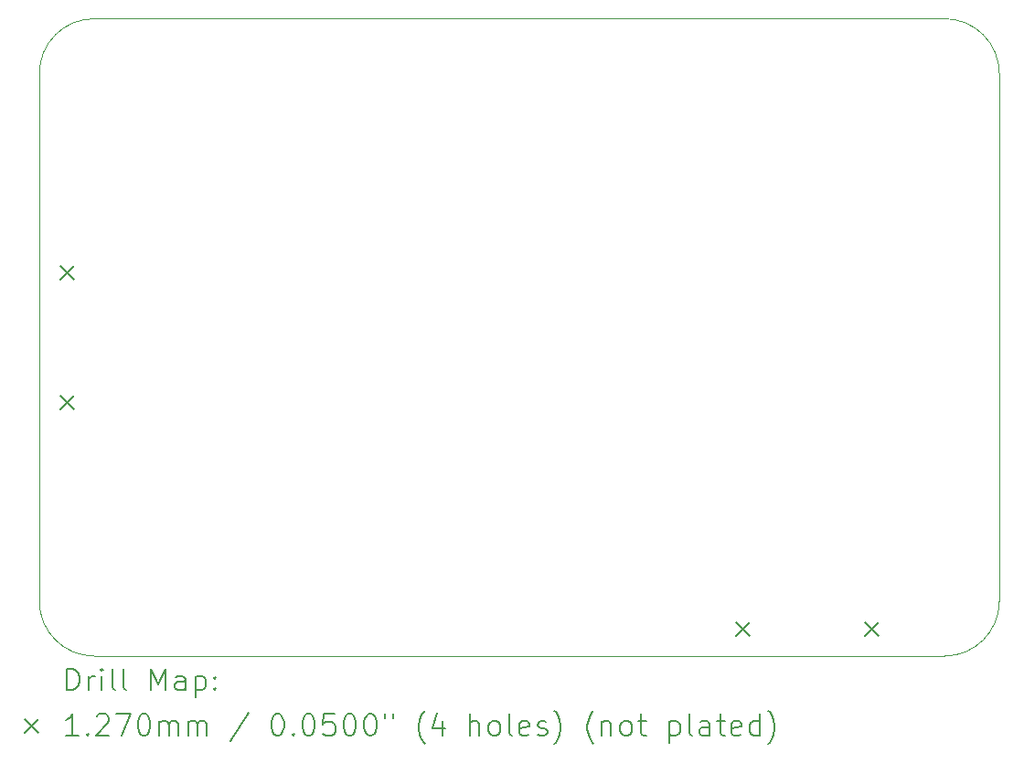
<source format=gbr>
%TF.GenerationSoftware,KiCad,Pcbnew,7.0.9*%
%TF.CreationDate,2023-11-18T03:00:16-05:00*%
%TF.ProjectId,RLM,524c4d2e-6b69-4636-9164-5f7063625858,rev?*%
%TF.SameCoordinates,Original*%
%TF.FileFunction,Drillmap*%
%TF.FilePolarity,Positive*%
%FSLAX45Y45*%
G04 Gerber Fmt 4.5, Leading zero omitted, Abs format (unit mm)*
G04 Created by KiCad (PCBNEW 7.0.9) date 2023-11-18 03:00:16*
%MOMM*%
%LPD*%
G01*
G04 APERTURE LIST*
%ADD10C,0.100000*%
%ADD11C,0.200000*%
%ADD12C,0.127000*%
G04 APERTURE END LIST*
D10*
X16256000Y-3683000D02*
X16256000Y-8572500D01*
X7366000Y-8572500D02*
G75*
G03*
X7874000Y-9080500I508000J0D01*
G01*
X15748000Y-9080500D02*
G75*
G03*
X16256000Y-8572500I0J508000D01*
G01*
X7366000Y-8572500D02*
X7366000Y-3683000D01*
X16256000Y-3683000D02*
G75*
G03*
X15748000Y-3175000I-508000J0D01*
G01*
X15748000Y-9080500D02*
X7874000Y-9080500D01*
X7874000Y-3175000D02*
X15748000Y-3175000D01*
X7874000Y-3175000D02*
G75*
G03*
X7366000Y-3683000I0J-508000D01*
G01*
D11*
D12*
X7556500Y-5467500D02*
X7683500Y-5594500D01*
X7683500Y-5467500D02*
X7556500Y-5594500D01*
X7556500Y-6667500D02*
X7683500Y-6794500D01*
X7683500Y-6667500D02*
X7556500Y-6794500D01*
X13814500Y-8768500D02*
X13941500Y-8895500D01*
X13941500Y-8768500D02*
X13814500Y-8895500D01*
X15014500Y-8768500D02*
X15141500Y-8895500D01*
X15141500Y-8768500D02*
X15014500Y-8895500D01*
D11*
X7621777Y-9396984D02*
X7621777Y-9196984D01*
X7621777Y-9196984D02*
X7669396Y-9196984D01*
X7669396Y-9196984D02*
X7697967Y-9206508D01*
X7697967Y-9206508D02*
X7717015Y-9225555D01*
X7717015Y-9225555D02*
X7726539Y-9244603D01*
X7726539Y-9244603D02*
X7736062Y-9282698D01*
X7736062Y-9282698D02*
X7736062Y-9311270D01*
X7736062Y-9311270D02*
X7726539Y-9349365D01*
X7726539Y-9349365D02*
X7717015Y-9368412D01*
X7717015Y-9368412D02*
X7697967Y-9387460D01*
X7697967Y-9387460D02*
X7669396Y-9396984D01*
X7669396Y-9396984D02*
X7621777Y-9396984D01*
X7821777Y-9396984D02*
X7821777Y-9263650D01*
X7821777Y-9301746D02*
X7831301Y-9282698D01*
X7831301Y-9282698D02*
X7840824Y-9273174D01*
X7840824Y-9273174D02*
X7859872Y-9263650D01*
X7859872Y-9263650D02*
X7878920Y-9263650D01*
X7945586Y-9396984D02*
X7945586Y-9263650D01*
X7945586Y-9196984D02*
X7936062Y-9206508D01*
X7936062Y-9206508D02*
X7945586Y-9216031D01*
X7945586Y-9216031D02*
X7955110Y-9206508D01*
X7955110Y-9206508D02*
X7945586Y-9196984D01*
X7945586Y-9196984D02*
X7945586Y-9216031D01*
X8069396Y-9396984D02*
X8050348Y-9387460D01*
X8050348Y-9387460D02*
X8040824Y-9368412D01*
X8040824Y-9368412D02*
X8040824Y-9196984D01*
X8174158Y-9396984D02*
X8155110Y-9387460D01*
X8155110Y-9387460D02*
X8145586Y-9368412D01*
X8145586Y-9368412D02*
X8145586Y-9196984D01*
X8402729Y-9396984D02*
X8402729Y-9196984D01*
X8402729Y-9196984D02*
X8469396Y-9339841D01*
X8469396Y-9339841D02*
X8536063Y-9196984D01*
X8536063Y-9196984D02*
X8536063Y-9396984D01*
X8717015Y-9396984D02*
X8717015Y-9292222D01*
X8717015Y-9292222D02*
X8707491Y-9273174D01*
X8707491Y-9273174D02*
X8688444Y-9263650D01*
X8688444Y-9263650D02*
X8650348Y-9263650D01*
X8650348Y-9263650D02*
X8631301Y-9273174D01*
X8717015Y-9387460D02*
X8697967Y-9396984D01*
X8697967Y-9396984D02*
X8650348Y-9396984D01*
X8650348Y-9396984D02*
X8631301Y-9387460D01*
X8631301Y-9387460D02*
X8621777Y-9368412D01*
X8621777Y-9368412D02*
X8621777Y-9349365D01*
X8621777Y-9349365D02*
X8631301Y-9330317D01*
X8631301Y-9330317D02*
X8650348Y-9320793D01*
X8650348Y-9320793D02*
X8697967Y-9320793D01*
X8697967Y-9320793D02*
X8717015Y-9311270D01*
X8812253Y-9263650D02*
X8812253Y-9463650D01*
X8812253Y-9273174D02*
X8831301Y-9263650D01*
X8831301Y-9263650D02*
X8869396Y-9263650D01*
X8869396Y-9263650D02*
X8888444Y-9273174D01*
X8888444Y-9273174D02*
X8897967Y-9282698D01*
X8897967Y-9282698D02*
X8907491Y-9301746D01*
X8907491Y-9301746D02*
X8907491Y-9358889D01*
X8907491Y-9358889D02*
X8897967Y-9377936D01*
X8897967Y-9377936D02*
X8888444Y-9387460D01*
X8888444Y-9387460D02*
X8869396Y-9396984D01*
X8869396Y-9396984D02*
X8831301Y-9396984D01*
X8831301Y-9396984D02*
X8812253Y-9387460D01*
X8993205Y-9377936D02*
X9002729Y-9387460D01*
X9002729Y-9387460D02*
X8993205Y-9396984D01*
X8993205Y-9396984D02*
X8983682Y-9387460D01*
X8983682Y-9387460D02*
X8993205Y-9377936D01*
X8993205Y-9377936D02*
X8993205Y-9396984D01*
X8993205Y-9273174D02*
X9002729Y-9282698D01*
X9002729Y-9282698D02*
X8993205Y-9292222D01*
X8993205Y-9292222D02*
X8983682Y-9282698D01*
X8983682Y-9282698D02*
X8993205Y-9273174D01*
X8993205Y-9273174D02*
X8993205Y-9292222D01*
D12*
X7234000Y-9662000D02*
X7361000Y-9789000D01*
X7361000Y-9662000D02*
X7234000Y-9789000D01*
D11*
X7726539Y-9816984D02*
X7612253Y-9816984D01*
X7669396Y-9816984D02*
X7669396Y-9616984D01*
X7669396Y-9616984D02*
X7650348Y-9645555D01*
X7650348Y-9645555D02*
X7631301Y-9664603D01*
X7631301Y-9664603D02*
X7612253Y-9674127D01*
X7812253Y-9797936D02*
X7821777Y-9807460D01*
X7821777Y-9807460D02*
X7812253Y-9816984D01*
X7812253Y-9816984D02*
X7802729Y-9807460D01*
X7802729Y-9807460D02*
X7812253Y-9797936D01*
X7812253Y-9797936D02*
X7812253Y-9816984D01*
X7897967Y-9636031D02*
X7907491Y-9626508D01*
X7907491Y-9626508D02*
X7926539Y-9616984D01*
X7926539Y-9616984D02*
X7974158Y-9616984D01*
X7974158Y-9616984D02*
X7993205Y-9626508D01*
X7993205Y-9626508D02*
X8002729Y-9636031D01*
X8002729Y-9636031D02*
X8012253Y-9655079D01*
X8012253Y-9655079D02*
X8012253Y-9674127D01*
X8012253Y-9674127D02*
X8002729Y-9702698D01*
X8002729Y-9702698D02*
X7888443Y-9816984D01*
X7888443Y-9816984D02*
X8012253Y-9816984D01*
X8078920Y-9616984D02*
X8212253Y-9616984D01*
X8212253Y-9616984D02*
X8126539Y-9816984D01*
X8326539Y-9616984D02*
X8345586Y-9616984D01*
X8345586Y-9616984D02*
X8364634Y-9626508D01*
X8364634Y-9626508D02*
X8374158Y-9636031D01*
X8374158Y-9636031D02*
X8383682Y-9655079D01*
X8383682Y-9655079D02*
X8393205Y-9693174D01*
X8393205Y-9693174D02*
X8393205Y-9740793D01*
X8393205Y-9740793D02*
X8383682Y-9778889D01*
X8383682Y-9778889D02*
X8374158Y-9797936D01*
X8374158Y-9797936D02*
X8364634Y-9807460D01*
X8364634Y-9807460D02*
X8345586Y-9816984D01*
X8345586Y-9816984D02*
X8326539Y-9816984D01*
X8326539Y-9816984D02*
X8307491Y-9807460D01*
X8307491Y-9807460D02*
X8297967Y-9797936D01*
X8297967Y-9797936D02*
X8288443Y-9778889D01*
X8288443Y-9778889D02*
X8278920Y-9740793D01*
X8278920Y-9740793D02*
X8278920Y-9693174D01*
X8278920Y-9693174D02*
X8288443Y-9655079D01*
X8288443Y-9655079D02*
X8297967Y-9636031D01*
X8297967Y-9636031D02*
X8307491Y-9626508D01*
X8307491Y-9626508D02*
X8326539Y-9616984D01*
X8478920Y-9816984D02*
X8478920Y-9683650D01*
X8478920Y-9702698D02*
X8488444Y-9693174D01*
X8488444Y-9693174D02*
X8507491Y-9683650D01*
X8507491Y-9683650D02*
X8536063Y-9683650D01*
X8536063Y-9683650D02*
X8555110Y-9693174D01*
X8555110Y-9693174D02*
X8564634Y-9712222D01*
X8564634Y-9712222D02*
X8564634Y-9816984D01*
X8564634Y-9712222D02*
X8574158Y-9693174D01*
X8574158Y-9693174D02*
X8593205Y-9683650D01*
X8593205Y-9683650D02*
X8621777Y-9683650D01*
X8621777Y-9683650D02*
X8640825Y-9693174D01*
X8640825Y-9693174D02*
X8650348Y-9712222D01*
X8650348Y-9712222D02*
X8650348Y-9816984D01*
X8745586Y-9816984D02*
X8745586Y-9683650D01*
X8745586Y-9702698D02*
X8755110Y-9693174D01*
X8755110Y-9693174D02*
X8774158Y-9683650D01*
X8774158Y-9683650D02*
X8802729Y-9683650D01*
X8802729Y-9683650D02*
X8821777Y-9693174D01*
X8821777Y-9693174D02*
X8831301Y-9712222D01*
X8831301Y-9712222D02*
X8831301Y-9816984D01*
X8831301Y-9712222D02*
X8840825Y-9693174D01*
X8840825Y-9693174D02*
X8859872Y-9683650D01*
X8859872Y-9683650D02*
X8888444Y-9683650D01*
X8888444Y-9683650D02*
X8907491Y-9693174D01*
X8907491Y-9693174D02*
X8917015Y-9712222D01*
X8917015Y-9712222D02*
X8917015Y-9816984D01*
X9307491Y-9607460D02*
X9136063Y-9864603D01*
X9564634Y-9616984D02*
X9583682Y-9616984D01*
X9583682Y-9616984D02*
X9602729Y-9626508D01*
X9602729Y-9626508D02*
X9612253Y-9636031D01*
X9612253Y-9636031D02*
X9621777Y-9655079D01*
X9621777Y-9655079D02*
X9631301Y-9693174D01*
X9631301Y-9693174D02*
X9631301Y-9740793D01*
X9631301Y-9740793D02*
X9621777Y-9778889D01*
X9621777Y-9778889D02*
X9612253Y-9797936D01*
X9612253Y-9797936D02*
X9602729Y-9807460D01*
X9602729Y-9807460D02*
X9583682Y-9816984D01*
X9583682Y-9816984D02*
X9564634Y-9816984D01*
X9564634Y-9816984D02*
X9545587Y-9807460D01*
X9545587Y-9807460D02*
X9536063Y-9797936D01*
X9536063Y-9797936D02*
X9526539Y-9778889D01*
X9526539Y-9778889D02*
X9517015Y-9740793D01*
X9517015Y-9740793D02*
X9517015Y-9693174D01*
X9517015Y-9693174D02*
X9526539Y-9655079D01*
X9526539Y-9655079D02*
X9536063Y-9636031D01*
X9536063Y-9636031D02*
X9545587Y-9626508D01*
X9545587Y-9626508D02*
X9564634Y-9616984D01*
X9717015Y-9797936D02*
X9726539Y-9807460D01*
X9726539Y-9807460D02*
X9717015Y-9816984D01*
X9717015Y-9816984D02*
X9707491Y-9807460D01*
X9707491Y-9807460D02*
X9717015Y-9797936D01*
X9717015Y-9797936D02*
X9717015Y-9816984D01*
X9850348Y-9616984D02*
X9869396Y-9616984D01*
X9869396Y-9616984D02*
X9888444Y-9626508D01*
X9888444Y-9626508D02*
X9897968Y-9636031D01*
X9897968Y-9636031D02*
X9907491Y-9655079D01*
X9907491Y-9655079D02*
X9917015Y-9693174D01*
X9917015Y-9693174D02*
X9917015Y-9740793D01*
X9917015Y-9740793D02*
X9907491Y-9778889D01*
X9907491Y-9778889D02*
X9897968Y-9797936D01*
X9897968Y-9797936D02*
X9888444Y-9807460D01*
X9888444Y-9807460D02*
X9869396Y-9816984D01*
X9869396Y-9816984D02*
X9850348Y-9816984D01*
X9850348Y-9816984D02*
X9831301Y-9807460D01*
X9831301Y-9807460D02*
X9821777Y-9797936D01*
X9821777Y-9797936D02*
X9812253Y-9778889D01*
X9812253Y-9778889D02*
X9802729Y-9740793D01*
X9802729Y-9740793D02*
X9802729Y-9693174D01*
X9802729Y-9693174D02*
X9812253Y-9655079D01*
X9812253Y-9655079D02*
X9821777Y-9636031D01*
X9821777Y-9636031D02*
X9831301Y-9626508D01*
X9831301Y-9626508D02*
X9850348Y-9616984D01*
X10097968Y-9616984D02*
X10002729Y-9616984D01*
X10002729Y-9616984D02*
X9993206Y-9712222D01*
X9993206Y-9712222D02*
X10002729Y-9702698D01*
X10002729Y-9702698D02*
X10021777Y-9693174D01*
X10021777Y-9693174D02*
X10069396Y-9693174D01*
X10069396Y-9693174D02*
X10088444Y-9702698D01*
X10088444Y-9702698D02*
X10097968Y-9712222D01*
X10097968Y-9712222D02*
X10107491Y-9731270D01*
X10107491Y-9731270D02*
X10107491Y-9778889D01*
X10107491Y-9778889D02*
X10097968Y-9797936D01*
X10097968Y-9797936D02*
X10088444Y-9807460D01*
X10088444Y-9807460D02*
X10069396Y-9816984D01*
X10069396Y-9816984D02*
X10021777Y-9816984D01*
X10021777Y-9816984D02*
X10002729Y-9807460D01*
X10002729Y-9807460D02*
X9993206Y-9797936D01*
X10231301Y-9616984D02*
X10250349Y-9616984D01*
X10250349Y-9616984D02*
X10269396Y-9626508D01*
X10269396Y-9626508D02*
X10278920Y-9636031D01*
X10278920Y-9636031D02*
X10288444Y-9655079D01*
X10288444Y-9655079D02*
X10297968Y-9693174D01*
X10297968Y-9693174D02*
X10297968Y-9740793D01*
X10297968Y-9740793D02*
X10288444Y-9778889D01*
X10288444Y-9778889D02*
X10278920Y-9797936D01*
X10278920Y-9797936D02*
X10269396Y-9807460D01*
X10269396Y-9807460D02*
X10250349Y-9816984D01*
X10250349Y-9816984D02*
X10231301Y-9816984D01*
X10231301Y-9816984D02*
X10212253Y-9807460D01*
X10212253Y-9807460D02*
X10202729Y-9797936D01*
X10202729Y-9797936D02*
X10193206Y-9778889D01*
X10193206Y-9778889D02*
X10183682Y-9740793D01*
X10183682Y-9740793D02*
X10183682Y-9693174D01*
X10183682Y-9693174D02*
X10193206Y-9655079D01*
X10193206Y-9655079D02*
X10202729Y-9636031D01*
X10202729Y-9636031D02*
X10212253Y-9626508D01*
X10212253Y-9626508D02*
X10231301Y-9616984D01*
X10421777Y-9616984D02*
X10440825Y-9616984D01*
X10440825Y-9616984D02*
X10459872Y-9626508D01*
X10459872Y-9626508D02*
X10469396Y-9636031D01*
X10469396Y-9636031D02*
X10478920Y-9655079D01*
X10478920Y-9655079D02*
X10488444Y-9693174D01*
X10488444Y-9693174D02*
X10488444Y-9740793D01*
X10488444Y-9740793D02*
X10478920Y-9778889D01*
X10478920Y-9778889D02*
X10469396Y-9797936D01*
X10469396Y-9797936D02*
X10459872Y-9807460D01*
X10459872Y-9807460D02*
X10440825Y-9816984D01*
X10440825Y-9816984D02*
X10421777Y-9816984D01*
X10421777Y-9816984D02*
X10402729Y-9807460D01*
X10402729Y-9807460D02*
X10393206Y-9797936D01*
X10393206Y-9797936D02*
X10383682Y-9778889D01*
X10383682Y-9778889D02*
X10374158Y-9740793D01*
X10374158Y-9740793D02*
X10374158Y-9693174D01*
X10374158Y-9693174D02*
X10383682Y-9655079D01*
X10383682Y-9655079D02*
X10393206Y-9636031D01*
X10393206Y-9636031D02*
X10402729Y-9626508D01*
X10402729Y-9626508D02*
X10421777Y-9616984D01*
X10564634Y-9616984D02*
X10564634Y-9655079D01*
X10640825Y-9616984D02*
X10640825Y-9655079D01*
X10936063Y-9893174D02*
X10926539Y-9883650D01*
X10926539Y-9883650D02*
X10907491Y-9855079D01*
X10907491Y-9855079D02*
X10897968Y-9836031D01*
X10897968Y-9836031D02*
X10888444Y-9807460D01*
X10888444Y-9807460D02*
X10878920Y-9759841D01*
X10878920Y-9759841D02*
X10878920Y-9721746D01*
X10878920Y-9721746D02*
X10888444Y-9674127D01*
X10888444Y-9674127D02*
X10897968Y-9645555D01*
X10897968Y-9645555D02*
X10907491Y-9626508D01*
X10907491Y-9626508D02*
X10926539Y-9597936D01*
X10926539Y-9597936D02*
X10936063Y-9588412D01*
X11097968Y-9683650D02*
X11097968Y-9816984D01*
X11050349Y-9607460D02*
X11002730Y-9750317D01*
X11002730Y-9750317D02*
X11126539Y-9750317D01*
X11355110Y-9816984D02*
X11355110Y-9616984D01*
X11440825Y-9816984D02*
X11440825Y-9712222D01*
X11440825Y-9712222D02*
X11431301Y-9693174D01*
X11431301Y-9693174D02*
X11412253Y-9683650D01*
X11412253Y-9683650D02*
X11383682Y-9683650D01*
X11383682Y-9683650D02*
X11364634Y-9693174D01*
X11364634Y-9693174D02*
X11355110Y-9702698D01*
X11564634Y-9816984D02*
X11545587Y-9807460D01*
X11545587Y-9807460D02*
X11536063Y-9797936D01*
X11536063Y-9797936D02*
X11526539Y-9778889D01*
X11526539Y-9778889D02*
X11526539Y-9721746D01*
X11526539Y-9721746D02*
X11536063Y-9702698D01*
X11536063Y-9702698D02*
X11545587Y-9693174D01*
X11545587Y-9693174D02*
X11564634Y-9683650D01*
X11564634Y-9683650D02*
X11593206Y-9683650D01*
X11593206Y-9683650D02*
X11612253Y-9693174D01*
X11612253Y-9693174D02*
X11621777Y-9702698D01*
X11621777Y-9702698D02*
X11631301Y-9721746D01*
X11631301Y-9721746D02*
X11631301Y-9778889D01*
X11631301Y-9778889D02*
X11621777Y-9797936D01*
X11621777Y-9797936D02*
X11612253Y-9807460D01*
X11612253Y-9807460D02*
X11593206Y-9816984D01*
X11593206Y-9816984D02*
X11564634Y-9816984D01*
X11745587Y-9816984D02*
X11726539Y-9807460D01*
X11726539Y-9807460D02*
X11717015Y-9788412D01*
X11717015Y-9788412D02*
X11717015Y-9616984D01*
X11897968Y-9807460D02*
X11878920Y-9816984D01*
X11878920Y-9816984D02*
X11840825Y-9816984D01*
X11840825Y-9816984D02*
X11821777Y-9807460D01*
X11821777Y-9807460D02*
X11812253Y-9788412D01*
X11812253Y-9788412D02*
X11812253Y-9712222D01*
X11812253Y-9712222D02*
X11821777Y-9693174D01*
X11821777Y-9693174D02*
X11840825Y-9683650D01*
X11840825Y-9683650D02*
X11878920Y-9683650D01*
X11878920Y-9683650D02*
X11897968Y-9693174D01*
X11897968Y-9693174D02*
X11907491Y-9712222D01*
X11907491Y-9712222D02*
X11907491Y-9731270D01*
X11907491Y-9731270D02*
X11812253Y-9750317D01*
X11983682Y-9807460D02*
X12002730Y-9816984D01*
X12002730Y-9816984D02*
X12040825Y-9816984D01*
X12040825Y-9816984D02*
X12059872Y-9807460D01*
X12059872Y-9807460D02*
X12069396Y-9788412D01*
X12069396Y-9788412D02*
X12069396Y-9778889D01*
X12069396Y-9778889D02*
X12059872Y-9759841D01*
X12059872Y-9759841D02*
X12040825Y-9750317D01*
X12040825Y-9750317D02*
X12012253Y-9750317D01*
X12012253Y-9750317D02*
X11993206Y-9740793D01*
X11993206Y-9740793D02*
X11983682Y-9721746D01*
X11983682Y-9721746D02*
X11983682Y-9712222D01*
X11983682Y-9712222D02*
X11993206Y-9693174D01*
X11993206Y-9693174D02*
X12012253Y-9683650D01*
X12012253Y-9683650D02*
X12040825Y-9683650D01*
X12040825Y-9683650D02*
X12059872Y-9693174D01*
X12136063Y-9893174D02*
X12145587Y-9883650D01*
X12145587Y-9883650D02*
X12164634Y-9855079D01*
X12164634Y-9855079D02*
X12174158Y-9836031D01*
X12174158Y-9836031D02*
X12183682Y-9807460D01*
X12183682Y-9807460D02*
X12193206Y-9759841D01*
X12193206Y-9759841D02*
X12193206Y-9721746D01*
X12193206Y-9721746D02*
X12183682Y-9674127D01*
X12183682Y-9674127D02*
X12174158Y-9645555D01*
X12174158Y-9645555D02*
X12164634Y-9626508D01*
X12164634Y-9626508D02*
X12145587Y-9597936D01*
X12145587Y-9597936D02*
X12136063Y-9588412D01*
X12497968Y-9893174D02*
X12488444Y-9883650D01*
X12488444Y-9883650D02*
X12469396Y-9855079D01*
X12469396Y-9855079D02*
X12459872Y-9836031D01*
X12459872Y-9836031D02*
X12450349Y-9807460D01*
X12450349Y-9807460D02*
X12440825Y-9759841D01*
X12440825Y-9759841D02*
X12440825Y-9721746D01*
X12440825Y-9721746D02*
X12450349Y-9674127D01*
X12450349Y-9674127D02*
X12459872Y-9645555D01*
X12459872Y-9645555D02*
X12469396Y-9626508D01*
X12469396Y-9626508D02*
X12488444Y-9597936D01*
X12488444Y-9597936D02*
X12497968Y-9588412D01*
X12574158Y-9683650D02*
X12574158Y-9816984D01*
X12574158Y-9702698D02*
X12583682Y-9693174D01*
X12583682Y-9693174D02*
X12602730Y-9683650D01*
X12602730Y-9683650D02*
X12631301Y-9683650D01*
X12631301Y-9683650D02*
X12650349Y-9693174D01*
X12650349Y-9693174D02*
X12659872Y-9712222D01*
X12659872Y-9712222D02*
X12659872Y-9816984D01*
X12783682Y-9816984D02*
X12764634Y-9807460D01*
X12764634Y-9807460D02*
X12755111Y-9797936D01*
X12755111Y-9797936D02*
X12745587Y-9778889D01*
X12745587Y-9778889D02*
X12745587Y-9721746D01*
X12745587Y-9721746D02*
X12755111Y-9702698D01*
X12755111Y-9702698D02*
X12764634Y-9693174D01*
X12764634Y-9693174D02*
X12783682Y-9683650D01*
X12783682Y-9683650D02*
X12812253Y-9683650D01*
X12812253Y-9683650D02*
X12831301Y-9693174D01*
X12831301Y-9693174D02*
X12840825Y-9702698D01*
X12840825Y-9702698D02*
X12850349Y-9721746D01*
X12850349Y-9721746D02*
X12850349Y-9778889D01*
X12850349Y-9778889D02*
X12840825Y-9797936D01*
X12840825Y-9797936D02*
X12831301Y-9807460D01*
X12831301Y-9807460D02*
X12812253Y-9816984D01*
X12812253Y-9816984D02*
X12783682Y-9816984D01*
X12907492Y-9683650D02*
X12983682Y-9683650D01*
X12936063Y-9616984D02*
X12936063Y-9788412D01*
X12936063Y-9788412D02*
X12945587Y-9807460D01*
X12945587Y-9807460D02*
X12964634Y-9816984D01*
X12964634Y-9816984D02*
X12983682Y-9816984D01*
X13202730Y-9683650D02*
X13202730Y-9883650D01*
X13202730Y-9693174D02*
X13221777Y-9683650D01*
X13221777Y-9683650D02*
X13259873Y-9683650D01*
X13259873Y-9683650D02*
X13278920Y-9693174D01*
X13278920Y-9693174D02*
X13288444Y-9702698D01*
X13288444Y-9702698D02*
X13297968Y-9721746D01*
X13297968Y-9721746D02*
X13297968Y-9778889D01*
X13297968Y-9778889D02*
X13288444Y-9797936D01*
X13288444Y-9797936D02*
X13278920Y-9807460D01*
X13278920Y-9807460D02*
X13259873Y-9816984D01*
X13259873Y-9816984D02*
X13221777Y-9816984D01*
X13221777Y-9816984D02*
X13202730Y-9807460D01*
X13412253Y-9816984D02*
X13393206Y-9807460D01*
X13393206Y-9807460D02*
X13383682Y-9788412D01*
X13383682Y-9788412D02*
X13383682Y-9616984D01*
X13574158Y-9816984D02*
X13574158Y-9712222D01*
X13574158Y-9712222D02*
X13564634Y-9693174D01*
X13564634Y-9693174D02*
X13545587Y-9683650D01*
X13545587Y-9683650D02*
X13507492Y-9683650D01*
X13507492Y-9683650D02*
X13488444Y-9693174D01*
X13574158Y-9807460D02*
X13555111Y-9816984D01*
X13555111Y-9816984D02*
X13507492Y-9816984D01*
X13507492Y-9816984D02*
X13488444Y-9807460D01*
X13488444Y-9807460D02*
X13478920Y-9788412D01*
X13478920Y-9788412D02*
X13478920Y-9769365D01*
X13478920Y-9769365D02*
X13488444Y-9750317D01*
X13488444Y-9750317D02*
X13507492Y-9740793D01*
X13507492Y-9740793D02*
X13555111Y-9740793D01*
X13555111Y-9740793D02*
X13574158Y-9731270D01*
X13640825Y-9683650D02*
X13717015Y-9683650D01*
X13669396Y-9616984D02*
X13669396Y-9788412D01*
X13669396Y-9788412D02*
X13678920Y-9807460D01*
X13678920Y-9807460D02*
X13697968Y-9816984D01*
X13697968Y-9816984D02*
X13717015Y-9816984D01*
X13859873Y-9807460D02*
X13840825Y-9816984D01*
X13840825Y-9816984D02*
X13802730Y-9816984D01*
X13802730Y-9816984D02*
X13783682Y-9807460D01*
X13783682Y-9807460D02*
X13774158Y-9788412D01*
X13774158Y-9788412D02*
X13774158Y-9712222D01*
X13774158Y-9712222D02*
X13783682Y-9693174D01*
X13783682Y-9693174D02*
X13802730Y-9683650D01*
X13802730Y-9683650D02*
X13840825Y-9683650D01*
X13840825Y-9683650D02*
X13859873Y-9693174D01*
X13859873Y-9693174D02*
X13869396Y-9712222D01*
X13869396Y-9712222D02*
X13869396Y-9731270D01*
X13869396Y-9731270D02*
X13774158Y-9750317D01*
X14040825Y-9816984D02*
X14040825Y-9616984D01*
X14040825Y-9807460D02*
X14021777Y-9816984D01*
X14021777Y-9816984D02*
X13983682Y-9816984D01*
X13983682Y-9816984D02*
X13964634Y-9807460D01*
X13964634Y-9807460D02*
X13955111Y-9797936D01*
X13955111Y-9797936D02*
X13945587Y-9778889D01*
X13945587Y-9778889D02*
X13945587Y-9721746D01*
X13945587Y-9721746D02*
X13955111Y-9702698D01*
X13955111Y-9702698D02*
X13964634Y-9693174D01*
X13964634Y-9693174D02*
X13983682Y-9683650D01*
X13983682Y-9683650D02*
X14021777Y-9683650D01*
X14021777Y-9683650D02*
X14040825Y-9693174D01*
X14117015Y-9893174D02*
X14126539Y-9883650D01*
X14126539Y-9883650D02*
X14145587Y-9855079D01*
X14145587Y-9855079D02*
X14155111Y-9836031D01*
X14155111Y-9836031D02*
X14164634Y-9807460D01*
X14164634Y-9807460D02*
X14174158Y-9759841D01*
X14174158Y-9759841D02*
X14174158Y-9721746D01*
X14174158Y-9721746D02*
X14164634Y-9674127D01*
X14164634Y-9674127D02*
X14155111Y-9645555D01*
X14155111Y-9645555D02*
X14145587Y-9626508D01*
X14145587Y-9626508D02*
X14126539Y-9597936D01*
X14126539Y-9597936D02*
X14117015Y-9588412D01*
M02*

</source>
